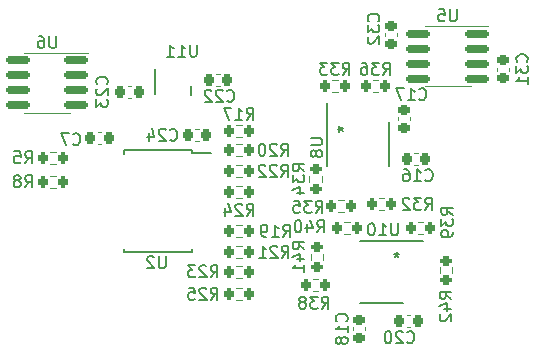
<source format=gbr>
%TF.GenerationSoftware,KiCad,Pcbnew,(6.0.11)*%
%TF.CreationDate,2024-01-26T14:49:33-06:00*%
%TF.ProjectId,voltage_sense,766f6c74-6167-4655-9f73-656e73652e6b,rev?*%
%TF.SameCoordinates,Original*%
%TF.FileFunction,Legend,Bot*%
%TF.FilePolarity,Positive*%
%FSLAX46Y46*%
G04 Gerber Fmt 4.6, Leading zero omitted, Abs format (unit mm)*
G04 Created by KiCad (PCBNEW (6.0.11)) date 2024-01-26 14:49:33*
%MOMM*%
%LPD*%
G01*
G04 APERTURE LIST*
G04 Aperture macros list*
%AMRoundRect*
0 Rectangle with rounded corners*
0 $1 Rounding radius*
0 $2 $3 $4 $5 $6 $7 $8 $9 X,Y pos of 4 corners*
0 Add a 4 corners polygon primitive as box body*
4,1,4,$2,$3,$4,$5,$6,$7,$8,$9,$2,$3,0*
0 Add four circle primitives for the rounded corners*
1,1,$1+$1,$2,$3*
1,1,$1+$1,$4,$5*
1,1,$1+$1,$6,$7*
1,1,$1+$1,$8,$9*
0 Add four rect primitives between the rounded corners*
20,1,$1+$1,$2,$3,$4,$5,0*
20,1,$1+$1,$4,$5,$6,$7,0*
20,1,$1+$1,$6,$7,$8,$9,0*
20,1,$1+$1,$8,$9,$2,$3,0*%
G04 Aperture macros list end*
%ADD10C,0.150000*%
%ADD11C,0.200000*%
%ADD12C,0.120000*%
%ADD13R,1.700000X1.700000*%
%ADD14O,1.700000X1.700000*%
%ADD15C,2.020000*%
%ADD16C,2.000000*%
%ADD17C,2.200000*%
%ADD18O,2.500000X1.600000*%
%ADD19O,7.000000X3.500000*%
%ADD20C,2.153200*%
%ADD21C,4.400000*%
%ADD22C,2.108200*%
%ADD23C,2.870200*%
%ADD24R,0.650001X1.200000*%
%ADD25RoundRect,0.225000X0.225000X0.250000X-0.225000X0.250000X-0.225000X-0.250000X0.225000X-0.250000X0*%
%ADD26RoundRect,0.200000X-0.200000X-0.275000X0.200000X-0.275000X0.200000X0.275000X-0.200000X0.275000X0*%
%ADD27RoundRect,0.225000X-0.250000X0.225000X-0.250000X-0.225000X0.250000X-0.225000X0.250000X0.225000X0*%
%ADD28RoundRect,0.150000X0.825000X0.150000X-0.825000X0.150000X-0.825000X-0.150000X0.825000X-0.150000X0*%
%ADD29R,1.750000X0.450000*%
%ADD30RoundRect,0.225000X-0.225000X-0.250000X0.225000X-0.250000X0.225000X0.250000X-0.225000X0.250000X0*%
%ADD31RoundRect,0.200000X-0.275000X0.200000X-0.275000X-0.200000X0.275000X-0.200000X0.275000X0.200000X0*%
%ADD32RoundRect,0.200000X0.200000X0.275000X-0.200000X0.275000X-0.200000X-0.275000X0.200000X-0.275000X0*%
%ADD33O,1.400000X0.449999*%
%ADD34RoundRect,0.200000X0.275000X-0.200000X0.275000X0.200000X-0.275000X0.200000X-0.275000X-0.200000X0*%
%ADD35O,0.449999X1.400000*%
G04 APERTURE END LIST*
D10*
%TO.C,U11*%
X16986095Y29567119D02*
X16986095Y28757595D01*
X16938476Y28662357D01*
X16890857Y28614738D01*
X16795619Y28567119D01*
X16605142Y28567119D01*
X16509904Y28614738D01*
X16462285Y28662357D01*
X16414666Y28757595D01*
X16414666Y29567119D01*
X15414666Y28567119D02*
X15986095Y28567119D01*
X15700380Y28567119D02*
X15700380Y29567119D01*
X15795619Y29424261D01*
X15890857Y29329023D01*
X15986095Y29281404D01*
X14462285Y28567119D02*
X15033714Y28567119D01*
X14748000Y28567119D02*
X14748000Y29567119D01*
X14843238Y29424261D01*
X14938476Y29329023D01*
X15033714Y29281404D01*
%TO.C,C16*%
X36343437Y18121357D02*
X36391056Y18073738D01*
X36533913Y18026119D01*
X36629151Y18026119D01*
X36772008Y18073738D01*
X36867246Y18168976D01*
X36914865Y18264214D01*
X36962484Y18454690D01*
X36962484Y18597547D01*
X36914865Y18788023D01*
X36867246Y18883261D01*
X36772008Y18978500D01*
X36629151Y19026119D01*
X36533913Y19026119D01*
X36391056Y18978500D01*
X36343437Y18930880D01*
X35391056Y18026119D02*
X35962484Y18026119D01*
X35676770Y18026119D02*
X35676770Y19026119D01*
X35772008Y18883261D01*
X35867246Y18788023D01*
X35962484Y18740404D01*
X34533913Y19026119D02*
X34724389Y19026119D01*
X34819627Y18978500D01*
X34867246Y18930880D01*
X34962484Y18788023D01*
X35010103Y18597547D01*
X35010103Y18216595D01*
X34962484Y18121357D01*
X34914865Y18073738D01*
X34819627Y18026119D01*
X34629151Y18026119D01*
X34533913Y18073738D01*
X34486294Y18121357D01*
X34438675Y18216595D01*
X34438675Y18454690D01*
X34486294Y18549928D01*
X34533913Y18597547D01*
X34629151Y18645166D01*
X34819627Y18645166D01*
X34914865Y18597547D01*
X34962484Y18549928D01*
X35010103Y18454690D01*
%TO.C,R36*%
X32773857Y27043119D02*
X33107190Y27519309D01*
X33345285Y27043119D02*
X33345285Y28043119D01*
X32964333Y28043119D01*
X32869095Y27995500D01*
X32821476Y27947880D01*
X32773857Y27852642D01*
X32773857Y27709785D01*
X32821476Y27614547D01*
X32869095Y27566928D01*
X32964333Y27519309D01*
X33345285Y27519309D01*
X32440523Y28043119D02*
X31821476Y28043119D01*
X32154809Y27662166D01*
X32011952Y27662166D01*
X31916714Y27614547D01*
X31869095Y27566928D01*
X31821476Y27471690D01*
X31821476Y27233595D01*
X31869095Y27138357D01*
X31916714Y27090738D01*
X32011952Y27043119D01*
X32297666Y27043119D01*
X32392904Y27090738D01*
X32440523Y27138357D01*
X30964333Y28043119D02*
X31154809Y28043119D01*
X31250047Y27995500D01*
X31297666Y27947880D01*
X31392904Y27805023D01*
X31440523Y27614547D01*
X31440523Y27233595D01*
X31392904Y27138357D01*
X31345285Y27090738D01*
X31250047Y27043119D01*
X31059571Y27043119D01*
X30964333Y27090738D01*
X30916714Y27138357D01*
X30869095Y27233595D01*
X30869095Y27471690D01*
X30916714Y27566928D01*
X30964333Y27614547D01*
X31059571Y27662166D01*
X31250047Y27662166D01*
X31345285Y27614547D01*
X31392904Y27566928D01*
X31440523Y27471690D01*
%TO.C,C31*%
X44934142Y28138357D02*
X44981761Y28185976D01*
X45029380Y28328833D01*
X45029380Y28424071D01*
X44981761Y28566928D01*
X44886523Y28662166D01*
X44791285Y28709785D01*
X44600809Y28757404D01*
X44457952Y28757404D01*
X44267476Y28709785D01*
X44172238Y28662166D01*
X44077000Y28566928D01*
X44029380Y28424071D01*
X44029380Y28328833D01*
X44077000Y28185976D01*
X44124619Y28138357D01*
X44029380Y27805023D02*
X44029380Y27185976D01*
X44410333Y27519309D01*
X44410333Y27376452D01*
X44457952Y27281214D01*
X44505571Y27233595D01*
X44600809Y27185976D01*
X44838904Y27185976D01*
X44934142Y27233595D01*
X44981761Y27281214D01*
X45029380Y27376452D01*
X45029380Y27662166D01*
X44981761Y27757404D01*
X44934142Y27805023D01*
X45029380Y26233595D02*
X45029380Y26805023D01*
X45029380Y26519309D02*
X44029380Y26519309D01*
X44172238Y26614547D01*
X44267476Y26709785D01*
X44315095Y26805023D01*
%TO.C,U6*%
X5079904Y30300119D02*
X5079904Y29490595D01*
X5032285Y29395357D01*
X4984666Y29347738D01*
X4889428Y29300119D01*
X4698952Y29300119D01*
X4603714Y29347738D01*
X4556095Y29395357D01*
X4508476Y29490595D01*
X4508476Y30300119D01*
X3603714Y30300119D02*
X3794190Y30300119D01*
X3889428Y30252500D01*
X3937047Y30204880D01*
X4032285Y30062023D01*
X4079904Y29871547D01*
X4079904Y29490595D01*
X4032285Y29395357D01*
X3984666Y29347738D01*
X3889428Y29300119D01*
X3698952Y29300119D01*
X3603714Y29347738D01*
X3556095Y29395357D01*
X3508476Y29490595D01*
X3508476Y29728690D01*
X3556095Y29823928D01*
X3603714Y29871547D01*
X3698952Y29919166D01*
X3889428Y29919166D01*
X3984666Y29871547D01*
X4032285Y29823928D01*
X4079904Y29728690D01*
%TO.C,C32*%
X32361142Y31567357D02*
X32408761Y31614976D01*
X32456380Y31757833D01*
X32456380Y31853071D01*
X32408761Y31995928D01*
X32313523Y32091166D01*
X32218285Y32138785D01*
X32027809Y32186404D01*
X31884952Y32186404D01*
X31694476Y32138785D01*
X31599238Y32091166D01*
X31504000Y31995928D01*
X31456380Y31853071D01*
X31456380Y31757833D01*
X31504000Y31614976D01*
X31551619Y31567357D01*
X31456380Y31234023D02*
X31456380Y30614976D01*
X31837333Y30948309D01*
X31837333Y30805452D01*
X31884952Y30710214D01*
X31932571Y30662595D01*
X32027809Y30614976D01*
X32265904Y30614976D01*
X32361142Y30662595D01*
X32408761Y30710214D01*
X32456380Y30805452D01*
X32456380Y31091166D01*
X32408761Y31186404D01*
X32361142Y31234023D01*
X31551619Y30234023D02*
X31504000Y30186404D01*
X31456380Y30091166D01*
X31456380Y29853071D01*
X31504000Y29757833D01*
X31551619Y29710214D01*
X31646857Y29662595D01*
X31742095Y29662595D01*
X31884952Y29710214D01*
X32456380Y30281642D01*
X32456380Y29662595D01*
%TO.C,C17*%
X35821857Y24979357D02*
X35869476Y24931738D01*
X36012333Y24884119D01*
X36107571Y24884119D01*
X36250428Y24931738D01*
X36345666Y25026976D01*
X36393285Y25122214D01*
X36440904Y25312690D01*
X36440904Y25455547D01*
X36393285Y25646023D01*
X36345666Y25741261D01*
X36250428Y25836500D01*
X36107571Y25884119D01*
X36012333Y25884119D01*
X35869476Y25836500D01*
X35821857Y25788880D01*
X34869476Y24884119D02*
X35440904Y24884119D01*
X35155190Y24884119D02*
X35155190Y25884119D01*
X35250428Y25741261D01*
X35345666Y25646023D01*
X35440904Y25598404D01*
X34536142Y25884119D02*
X33869476Y25884119D01*
X34298047Y24884119D01*
%TO.C,R22*%
X24137857Y18407119D02*
X24471190Y18883309D01*
X24709285Y18407119D02*
X24709285Y19407119D01*
X24328333Y19407119D01*
X24233095Y19359500D01*
X24185476Y19311880D01*
X24137857Y19216642D01*
X24137857Y19073785D01*
X24185476Y18978547D01*
X24233095Y18930928D01*
X24328333Y18883309D01*
X24709285Y18883309D01*
X23756904Y19311880D02*
X23709285Y19359500D01*
X23614047Y19407119D01*
X23375952Y19407119D01*
X23280714Y19359500D01*
X23233095Y19311880D01*
X23185476Y19216642D01*
X23185476Y19121404D01*
X23233095Y18978547D01*
X23804523Y18407119D01*
X23185476Y18407119D01*
X22804523Y19311880D02*
X22756904Y19359500D01*
X22661666Y19407119D01*
X22423571Y19407119D01*
X22328333Y19359500D01*
X22280714Y19311880D01*
X22233095Y19216642D01*
X22233095Y19121404D01*
X22280714Y18978547D01*
X22852142Y18407119D01*
X22233095Y18407119D01*
%TO.C,U2*%
X14350904Y11660119D02*
X14350904Y10850595D01*
X14303285Y10755357D01*
X14255666Y10707738D01*
X14160428Y10660119D01*
X13969952Y10660119D01*
X13874714Y10707738D01*
X13827095Y10755357D01*
X13779476Y10850595D01*
X13779476Y11660119D01*
X13350904Y11564880D02*
X13303285Y11612500D01*
X13208047Y11660119D01*
X12969952Y11660119D01*
X12874714Y11612500D01*
X12827095Y11564880D01*
X12779476Y11469642D01*
X12779476Y11374404D01*
X12827095Y11231547D01*
X13398523Y10660119D01*
X12779476Y10660119D01*
%TO.C,R8*%
X2452666Y17518119D02*
X2786000Y17994309D01*
X3024095Y17518119D02*
X3024095Y18518119D01*
X2643142Y18518119D01*
X2547904Y18470500D01*
X2500285Y18422880D01*
X2452666Y18327642D01*
X2452666Y18184785D01*
X2500285Y18089547D01*
X2547904Y18041928D01*
X2643142Y17994309D01*
X3024095Y17994309D01*
X1881238Y18089547D02*
X1976476Y18137166D01*
X2024095Y18184785D01*
X2071714Y18280023D01*
X2071714Y18327642D01*
X2024095Y18422880D01*
X1976476Y18470500D01*
X1881238Y18518119D01*
X1690761Y18518119D01*
X1595523Y18470500D01*
X1547904Y18422880D01*
X1500285Y18327642D01*
X1500285Y18280023D01*
X1547904Y18184785D01*
X1595523Y18137166D01*
X1690761Y18089547D01*
X1881238Y18089547D01*
X1976476Y18041928D01*
X2024095Y17994309D01*
X2071714Y17899071D01*
X2071714Y17708595D01*
X2024095Y17613357D01*
X1976476Y17565738D01*
X1881238Y17518119D01*
X1690761Y17518119D01*
X1595523Y17565738D01*
X1547904Y17613357D01*
X1500285Y17708595D01*
X1500285Y17899071D01*
X1547904Y17994309D01*
X1595523Y18041928D01*
X1690761Y18089547D01*
%TO.C,C23*%
X9374142Y26233357D02*
X9421761Y26280976D01*
X9469380Y26423833D01*
X9469380Y26519071D01*
X9421761Y26661928D01*
X9326523Y26757166D01*
X9231285Y26804785D01*
X9040809Y26852404D01*
X8897952Y26852404D01*
X8707476Y26804785D01*
X8612238Y26757166D01*
X8517000Y26661928D01*
X8469380Y26519071D01*
X8469380Y26423833D01*
X8517000Y26280976D01*
X8564619Y26233357D01*
X8564619Y25852404D02*
X8517000Y25804785D01*
X8469380Y25709547D01*
X8469380Y25471452D01*
X8517000Y25376214D01*
X8564619Y25328595D01*
X8659857Y25280976D01*
X8755095Y25280976D01*
X8897952Y25328595D01*
X9469380Y25900023D01*
X9469380Y25280976D01*
X8469380Y24947642D02*
X8469380Y24328595D01*
X8850333Y24661928D01*
X8850333Y24519071D01*
X8897952Y24423833D01*
X8945571Y24376214D01*
X9040809Y24328595D01*
X9278904Y24328595D01*
X9374142Y24376214D01*
X9421761Y24423833D01*
X9469380Y24519071D01*
X9469380Y24804785D01*
X9421761Y24900023D01*
X9374142Y24947642D01*
%TO.C,R41*%
X26106378Y12263345D02*
X25630188Y12596678D01*
X26106378Y12834773D02*
X25106378Y12834773D01*
X25106378Y12453821D01*
X25153998Y12358583D01*
X25201617Y12310964D01*
X25296855Y12263345D01*
X25439712Y12263345D01*
X25534950Y12310964D01*
X25582569Y12358583D01*
X25630188Y12453821D01*
X25630188Y12834773D01*
X25439712Y11406202D02*
X26106378Y11406202D01*
X25058759Y11644297D02*
X25773045Y11882392D01*
X25773045Y11263345D01*
X26106378Y10358583D02*
X26106378Y10930011D01*
X26106378Y10644297D02*
X25106378Y10644297D01*
X25249236Y10739535D01*
X25344474Y10834773D01*
X25392093Y10930011D01*
%TO.C,R20*%
X24137857Y20185119D02*
X24471190Y20661309D01*
X24709285Y20185119D02*
X24709285Y21185119D01*
X24328333Y21185119D01*
X24233095Y21137500D01*
X24185476Y21089880D01*
X24137857Y20994642D01*
X24137857Y20851785D01*
X24185476Y20756547D01*
X24233095Y20708928D01*
X24328333Y20661309D01*
X24709285Y20661309D01*
X23756904Y21089880D02*
X23709285Y21137500D01*
X23614047Y21185119D01*
X23375952Y21185119D01*
X23280714Y21137500D01*
X23233095Y21089880D01*
X23185476Y20994642D01*
X23185476Y20899404D01*
X23233095Y20756547D01*
X23804523Y20185119D01*
X23185476Y20185119D01*
X22566428Y21185119D02*
X22471190Y21185119D01*
X22375952Y21137500D01*
X22328333Y21089880D01*
X22280714Y20994642D01*
X22233095Y20804166D01*
X22233095Y20566071D01*
X22280714Y20375595D01*
X22328333Y20280357D01*
X22375952Y20232738D01*
X22471190Y20185119D01*
X22566428Y20185119D01*
X22661666Y20232738D01*
X22709285Y20280357D01*
X22756904Y20375595D01*
X22804523Y20566071D01*
X22804523Y20804166D01*
X22756904Y20994642D01*
X22709285Y21089880D01*
X22661666Y21137500D01*
X22566428Y21185119D01*
%TO.C,C18*%
X29661142Y6167357D02*
X29708761Y6214976D01*
X29756380Y6357833D01*
X29756380Y6453071D01*
X29708761Y6595928D01*
X29613523Y6691166D01*
X29518285Y6738785D01*
X29327809Y6786404D01*
X29184952Y6786404D01*
X28994476Y6738785D01*
X28899238Y6691166D01*
X28804000Y6595928D01*
X28756380Y6453071D01*
X28756380Y6357833D01*
X28804000Y6214976D01*
X28851619Y6167357D01*
X29756380Y5214976D02*
X29756380Y5786404D01*
X29756380Y5500690D02*
X28756380Y5500690D01*
X28899238Y5595928D01*
X28994476Y5691166D01*
X29042095Y5786404D01*
X29184952Y4643547D02*
X29137333Y4738785D01*
X29089714Y4786404D01*
X28994476Y4834023D01*
X28946857Y4834023D01*
X28851619Y4786404D01*
X28804000Y4738785D01*
X28756380Y4643547D01*
X28756380Y4453071D01*
X28804000Y4357833D01*
X28851619Y4310214D01*
X28946857Y4262595D01*
X28994476Y4262595D01*
X29089714Y4310214D01*
X29137333Y4357833D01*
X29184952Y4453071D01*
X29184952Y4643547D01*
X29232571Y4738785D01*
X29280190Y4786404D01*
X29375428Y4834023D01*
X29565904Y4834023D01*
X29661142Y4786404D01*
X29708761Y4738785D01*
X29756380Y4643547D01*
X29756380Y4453071D01*
X29708761Y4357833D01*
X29661142Y4310214D01*
X29565904Y4262595D01*
X29375428Y4262595D01*
X29280190Y4310214D01*
X29232571Y4357833D01*
X29184952Y4453071D01*
%TO.C,C7*%
X6516666Y21169357D02*
X6564285Y21121738D01*
X6707142Y21074119D01*
X6802380Y21074119D01*
X6945238Y21121738D01*
X7040476Y21216976D01*
X7088095Y21312214D01*
X7135714Y21502690D01*
X7135714Y21645547D01*
X7088095Y21836023D01*
X7040476Y21931261D01*
X6945238Y22026500D01*
X6802380Y22074119D01*
X6707142Y22074119D01*
X6564285Y22026500D01*
X6516666Y21978880D01*
X6183333Y22074119D02*
X5516666Y22074119D01*
X5945238Y21074119D01*
%TO.C,R40*%
X27185857Y13708119D02*
X27519190Y14184309D01*
X27757285Y13708119D02*
X27757285Y14708119D01*
X27376333Y14708119D01*
X27281095Y14660500D01*
X27233476Y14612880D01*
X27185857Y14517642D01*
X27185857Y14374785D01*
X27233476Y14279547D01*
X27281095Y14231928D01*
X27376333Y14184309D01*
X27757285Y14184309D01*
X26328714Y14374785D02*
X26328714Y13708119D01*
X26566809Y14755738D02*
X26804904Y14041452D01*
X26185857Y14041452D01*
X25614428Y14708119D02*
X25519190Y14708119D01*
X25423952Y14660500D01*
X25376333Y14612880D01*
X25328714Y14517642D01*
X25281095Y14327166D01*
X25281095Y14089071D01*
X25328714Y13898595D01*
X25376333Y13803357D01*
X25423952Y13755738D01*
X25519190Y13708119D01*
X25614428Y13708119D01*
X25709666Y13755738D01*
X25757285Y13803357D01*
X25804904Y13898595D01*
X25852523Y14089071D01*
X25852523Y14327166D01*
X25804904Y14517642D01*
X25757285Y14612880D01*
X25709666Y14660500D01*
X25614428Y14708119D01*
%TO.C,R25*%
X18168857Y7993119D02*
X18502190Y8469309D01*
X18740285Y7993119D02*
X18740285Y8993119D01*
X18359333Y8993119D01*
X18264095Y8945500D01*
X18216476Y8897880D01*
X18168857Y8802642D01*
X18168857Y8659785D01*
X18216476Y8564547D01*
X18264095Y8516928D01*
X18359333Y8469309D01*
X18740285Y8469309D01*
X17787904Y8897880D02*
X17740285Y8945500D01*
X17645047Y8993119D01*
X17406952Y8993119D01*
X17311714Y8945500D01*
X17264095Y8897880D01*
X17216476Y8802642D01*
X17216476Y8707404D01*
X17264095Y8564547D01*
X17835523Y7993119D01*
X17216476Y7993119D01*
X16311714Y8993119D02*
X16787904Y8993119D01*
X16835523Y8516928D01*
X16787904Y8564547D01*
X16692666Y8612166D01*
X16454571Y8612166D01*
X16359333Y8564547D01*
X16311714Y8516928D01*
X16264095Y8421690D01*
X16264095Y8183595D01*
X16311714Y8088357D01*
X16359333Y8040738D01*
X16454571Y7993119D01*
X16692666Y7993119D01*
X16787904Y8040738D01*
X16835523Y8088357D01*
%TO.C,R5*%
X2452666Y19550119D02*
X2786000Y20026309D01*
X3024095Y19550119D02*
X3024095Y20550119D01*
X2643142Y20550119D01*
X2547904Y20502500D01*
X2500285Y20454880D01*
X2452666Y20359642D01*
X2452666Y20216785D01*
X2500285Y20121547D01*
X2547904Y20073928D01*
X2643142Y20026309D01*
X3024095Y20026309D01*
X1547904Y20550119D02*
X2024095Y20550119D01*
X2071714Y20073928D01*
X2024095Y20121547D01*
X1928857Y20169166D01*
X1690761Y20169166D01*
X1595523Y20121547D01*
X1547904Y20073928D01*
X1500285Y19978690D01*
X1500285Y19740595D01*
X1547904Y19645357D01*
X1595523Y19597738D01*
X1690761Y19550119D01*
X1928857Y19550119D01*
X2024095Y19597738D01*
X2071714Y19645357D01*
%TO.C,R21*%
X24181857Y11549119D02*
X24515190Y12025309D01*
X24753285Y11549119D02*
X24753285Y12549119D01*
X24372333Y12549119D01*
X24277095Y12501500D01*
X24229476Y12453880D01*
X24181857Y12358642D01*
X24181857Y12215785D01*
X24229476Y12120547D01*
X24277095Y12072928D01*
X24372333Y12025309D01*
X24753285Y12025309D01*
X23800904Y12453880D02*
X23753285Y12501500D01*
X23658047Y12549119D01*
X23419952Y12549119D01*
X23324714Y12501500D01*
X23277095Y12453880D01*
X23229476Y12358642D01*
X23229476Y12263404D01*
X23277095Y12120547D01*
X23848523Y11549119D01*
X23229476Y11549119D01*
X22277095Y11549119D02*
X22848523Y11549119D01*
X22562809Y11549119D02*
X22562809Y12549119D01*
X22658047Y12406261D01*
X22753285Y12311023D01*
X22848523Y12263404D01*
%TO.C,R23*%
X18168857Y9898119D02*
X18502190Y10374309D01*
X18740285Y9898119D02*
X18740285Y10898119D01*
X18359333Y10898119D01*
X18264095Y10850500D01*
X18216476Y10802880D01*
X18168857Y10707642D01*
X18168857Y10564785D01*
X18216476Y10469547D01*
X18264095Y10421928D01*
X18359333Y10374309D01*
X18740285Y10374309D01*
X17787904Y10802880D02*
X17740285Y10850500D01*
X17645047Y10898119D01*
X17406952Y10898119D01*
X17311714Y10850500D01*
X17264095Y10802880D01*
X17216476Y10707642D01*
X17216476Y10612404D01*
X17264095Y10469547D01*
X17835523Y9898119D01*
X17216476Y9898119D01*
X16883142Y10898119D02*
X16264095Y10898119D01*
X16597428Y10517166D01*
X16454571Y10517166D01*
X16359333Y10469547D01*
X16311714Y10421928D01*
X16264095Y10326690D01*
X16264095Y10088595D01*
X16311714Y9993357D01*
X16359333Y9945738D01*
X16454571Y9898119D01*
X16740285Y9898119D01*
X16835523Y9945738D01*
X16883142Y9993357D01*
%TO.C,U10*%
X34004095Y14454119D02*
X34004095Y13644595D01*
X33956476Y13549357D01*
X33908857Y13501738D01*
X33813619Y13454119D01*
X33623142Y13454119D01*
X33527904Y13501738D01*
X33480285Y13549357D01*
X33432666Y13644595D01*
X33432666Y14454119D01*
X32432666Y13454119D02*
X33004095Y13454119D01*
X32718380Y13454119D02*
X32718380Y14454119D01*
X32813619Y14311261D01*
X32908857Y14216023D01*
X33004095Y14168404D01*
X31813619Y14454119D02*
X31718380Y14454119D01*
X31623142Y14406500D01*
X31575523Y14358880D01*
X31527904Y14263642D01*
X31480285Y14073166D01*
X31480285Y13835071D01*
X31527904Y13644595D01*
X31575523Y13549357D01*
X31623142Y13501738D01*
X31718380Y13454119D01*
X31813619Y13454119D01*
X31908857Y13501738D01*
X31956476Y13549357D01*
X32004095Y13644595D01*
X32051714Y13835071D01*
X32051714Y14073166D01*
X32004095Y14263642D01*
X31956476Y14358880D01*
X31908857Y14406500D01*
X31813619Y14454119D01*
X33908998Y12041107D02*
X33908998Y11803011D01*
X34147093Y11898249D02*
X33908998Y11803011D01*
X33670902Y11898249D01*
X34051855Y11612535D02*
X33908998Y11803011D01*
X33766140Y11612535D01*
%TO.C,R33*%
X29344857Y27043119D02*
X29678190Y27519309D01*
X29916285Y27043119D02*
X29916285Y28043119D01*
X29535333Y28043119D01*
X29440095Y27995500D01*
X29392476Y27947880D01*
X29344857Y27852642D01*
X29344857Y27709785D01*
X29392476Y27614547D01*
X29440095Y27566928D01*
X29535333Y27519309D01*
X29916285Y27519309D01*
X29011523Y28043119D02*
X28392476Y28043119D01*
X28725809Y27662166D01*
X28582952Y27662166D01*
X28487714Y27614547D01*
X28440095Y27566928D01*
X28392476Y27471690D01*
X28392476Y27233595D01*
X28440095Y27138357D01*
X28487714Y27090738D01*
X28582952Y27043119D01*
X28868666Y27043119D01*
X28963904Y27090738D01*
X29011523Y27138357D01*
X28059142Y28043119D02*
X27440095Y28043119D01*
X27773428Y27662166D01*
X27630571Y27662166D01*
X27535333Y27614547D01*
X27487714Y27566928D01*
X27440095Y27471690D01*
X27440095Y27233595D01*
X27487714Y27138357D01*
X27535333Y27090738D01*
X27630571Y27043119D01*
X27916285Y27043119D01*
X28011523Y27090738D01*
X28059142Y27138357D01*
%TO.C,U5*%
X38985904Y32562119D02*
X38985904Y31752595D01*
X38938285Y31657357D01*
X38890666Y31609738D01*
X38795428Y31562119D01*
X38604952Y31562119D01*
X38509714Y31609738D01*
X38462095Y31657357D01*
X38414476Y31752595D01*
X38414476Y32562119D01*
X37462095Y32562119D02*
X37938285Y32562119D01*
X37985904Y32085928D01*
X37938285Y32133547D01*
X37843047Y32181166D01*
X37604952Y32181166D01*
X37509714Y32133547D01*
X37462095Y32085928D01*
X37414476Y31990690D01*
X37414476Y31752595D01*
X37462095Y31657357D01*
X37509714Y31609738D01*
X37604952Y31562119D01*
X37843047Y31562119D01*
X37938285Y31609738D01*
X37985904Y31657357D01*
%TO.C,R17*%
X21216857Y23233119D02*
X21550190Y23709309D01*
X21788285Y23233119D02*
X21788285Y24233119D01*
X21407333Y24233119D01*
X21312095Y24185500D01*
X21264476Y24137880D01*
X21216857Y24042642D01*
X21216857Y23899785D01*
X21264476Y23804547D01*
X21312095Y23756928D01*
X21407333Y23709309D01*
X21788285Y23709309D01*
X20264476Y23233119D02*
X20835904Y23233119D01*
X20550190Y23233119D02*
X20550190Y24233119D01*
X20645428Y24090261D01*
X20740666Y23995023D01*
X20835904Y23947404D01*
X19931142Y24233119D02*
X19264476Y24233119D01*
X19693047Y23233119D01*
%TO.C,R32*%
X36329857Y15613119D02*
X36663190Y16089309D01*
X36901285Y15613119D02*
X36901285Y16613119D01*
X36520333Y16613119D01*
X36425095Y16565500D01*
X36377476Y16517880D01*
X36329857Y16422642D01*
X36329857Y16279785D01*
X36377476Y16184547D01*
X36425095Y16136928D01*
X36520333Y16089309D01*
X36901285Y16089309D01*
X35996523Y16613119D02*
X35377476Y16613119D01*
X35710809Y16232166D01*
X35567952Y16232166D01*
X35472714Y16184547D01*
X35425095Y16136928D01*
X35377476Y16041690D01*
X35377476Y15803595D01*
X35425095Y15708357D01*
X35472714Y15660738D01*
X35567952Y15613119D01*
X35853666Y15613119D01*
X35948904Y15660738D01*
X35996523Y15708357D01*
X34996523Y16517880D02*
X34948904Y16565500D01*
X34853666Y16613119D01*
X34615571Y16613119D01*
X34520333Y16565500D01*
X34472714Y16517880D01*
X34425095Y16422642D01*
X34425095Y16327404D01*
X34472714Y16184547D01*
X35044142Y15613119D01*
X34425095Y15613119D01*
%TO.C,R38*%
X27566855Y7231107D02*
X27900188Y7707297D01*
X28138283Y7231107D02*
X28138283Y8231107D01*
X27757331Y8231107D01*
X27662093Y8183488D01*
X27614474Y8135868D01*
X27566855Y8040630D01*
X27566855Y7897773D01*
X27614474Y7802535D01*
X27662093Y7754916D01*
X27757331Y7707297D01*
X28138283Y7707297D01*
X27233521Y8231107D02*
X26614474Y8231107D01*
X26947807Y7850154D01*
X26804950Y7850154D01*
X26709712Y7802535D01*
X26662093Y7754916D01*
X26614474Y7659678D01*
X26614474Y7421583D01*
X26662093Y7326345D01*
X26709712Y7278726D01*
X26804950Y7231107D01*
X27090664Y7231107D01*
X27185902Y7278726D01*
X27233521Y7326345D01*
X26043045Y7802535D02*
X26138283Y7850154D01*
X26185902Y7897773D01*
X26233521Y7993011D01*
X26233521Y8040630D01*
X26185902Y8135868D01*
X26138283Y8183488D01*
X26043045Y8231107D01*
X25852569Y8231107D01*
X25757331Y8183488D01*
X25709712Y8135868D01*
X25662093Y8040630D01*
X25662093Y7993011D01*
X25709712Y7897773D01*
X25757331Y7850154D01*
X25852569Y7802535D01*
X26043045Y7802535D01*
X26138283Y7754916D01*
X26185902Y7707297D01*
X26233521Y7612059D01*
X26233521Y7421583D01*
X26185902Y7326345D01*
X26138283Y7278726D01*
X26043045Y7231107D01*
X25852569Y7231107D01*
X25757331Y7278726D01*
X25709712Y7326345D01*
X25662093Y7421583D01*
X25662093Y7612059D01*
X25709712Y7707297D01*
X25757331Y7754916D01*
X25852569Y7802535D01*
%TO.C,R42*%
X38552380Y8072357D02*
X38076190Y8405690D01*
X38552380Y8643785D02*
X37552380Y8643785D01*
X37552380Y8262833D01*
X37600000Y8167595D01*
X37647619Y8119976D01*
X37742857Y8072357D01*
X37885714Y8072357D01*
X37980952Y8119976D01*
X38028571Y8167595D01*
X38076190Y8262833D01*
X38076190Y8643785D01*
X37885714Y7215214D02*
X38552380Y7215214D01*
X37504761Y7453309D02*
X38219047Y7691404D01*
X38219047Y7072357D01*
X37647619Y6739023D02*
X37600000Y6691404D01*
X37552380Y6596166D01*
X37552380Y6358071D01*
X37600000Y6262833D01*
X37647619Y6215214D01*
X37742857Y6167595D01*
X37838095Y6167595D01*
X37980952Y6215214D01*
X38552380Y6786642D01*
X38552380Y6167595D01*
%TO.C,R34*%
X26106380Y18867357D02*
X25630190Y19200690D01*
X26106380Y19438785D02*
X25106380Y19438785D01*
X25106380Y19057833D01*
X25154000Y18962595D01*
X25201619Y18914976D01*
X25296857Y18867357D01*
X25439714Y18867357D01*
X25534952Y18914976D01*
X25582571Y18962595D01*
X25630190Y19057833D01*
X25630190Y19438785D01*
X25106380Y18534023D02*
X25106380Y17914976D01*
X25487333Y18248309D01*
X25487333Y18105452D01*
X25534952Y18010214D01*
X25582571Y17962595D01*
X25677809Y17914976D01*
X25915904Y17914976D01*
X26011142Y17962595D01*
X26058761Y18010214D01*
X26106380Y18105452D01*
X26106380Y18391166D01*
X26058761Y18486404D01*
X26011142Y18534023D01*
X25439714Y17057833D02*
X26106380Y17057833D01*
X25058761Y17295928D02*
X25773047Y17534023D01*
X25773047Y16914976D01*
%TO.C,U8*%
X26630380Y21653404D02*
X27439904Y21653404D01*
X27535142Y21605785D01*
X27582761Y21558166D01*
X27630380Y21462928D01*
X27630380Y21272452D01*
X27582761Y21177214D01*
X27535142Y21129595D01*
X27439904Y21081976D01*
X26630380Y21081976D01*
X27058952Y20462928D02*
X27011333Y20558166D01*
X26963714Y20605785D01*
X26868476Y20653404D01*
X26820857Y20653404D01*
X26725619Y20605785D01*
X26678000Y20558166D01*
X26630380Y20462928D01*
X26630380Y20272452D01*
X26678000Y20177214D01*
X26725619Y20129595D01*
X26820857Y20081976D01*
X26868476Y20081976D01*
X26963714Y20129595D01*
X27011333Y20177214D01*
X27058952Y20272452D01*
X27058952Y20462928D01*
X27106571Y20558166D01*
X27154190Y20605785D01*
X27249428Y20653404D01*
X27439904Y20653404D01*
X27535142Y20605785D01*
X27582761Y20558166D01*
X27630380Y20462928D01*
X27630380Y20272452D01*
X27582761Y20177214D01*
X27535142Y20129595D01*
X27439904Y20081976D01*
X27249428Y20081976D01*
X27154190Y20129595D01*
X27106571Y20177214D01*
X27058952Y20272452D01*
X28916380Y22415500D02*
X29154476Y22415500D01*
X29059238Y22653595D02*
X29154476Y22415500D01*
X29059238Y22177404D01*
X29344952Y22558357D02*
X29154476Y22415500D01*
X29344952Y22272642D01*
%TO.C,R24*%
X21216857Y15105119D02*
X21550190Y15581309D01*
X21788285Y15105119D02*
X21788285Y16105119D01*
X21407333Y16105119D01*
X21312095Y16057500D01*
X21264476Y16009880D01*
X21216857Y15914642D01*
X21216857Y15771785D01*
X21264476Y15676547D01*
X21312095Y15628928D01*
X21407333Y15581309D01*
X21788285Y15581309D01*
X20835904Y16009880D02*
X20788285Y16057500D01*
X20693047Y16105119D01*
X20454952Y16105119D01*
X20359714Y16057500D01*
X20312095Y16009880D01*
X20264476Y15914642D01*
X20264476Y15819404D01*
X20312095Y15676547D01*
X20883523Y15105119D01*
X20264476Y15105119D01*
X19407333Y15771785D02*
X19407333Y15105119D01*
X19645428Y16152738D02*
X19883523Y15438452D01*
X19264476Y15438452D01*
%TO.C,R35*%
X27058857Y15359119D02*
X27392190Y15835309D01*
X27630285Y15359119D02*
X27630285Y16359119D01*
X27249333Y16359119D01*
X27154095Y16311500D01*
X27106476Y16263880D01*
X27058857Y16168642D01*
X27058857Y16025785D01*
X27106476Y15930547D01*
X27154095Y15882928D01*
X27249333Y15835309D01*
X27630285Y15835309D01*
X26725523Y16359119D02*
X26106476Y16359119D01*
X26439809Y15978166D01*
X26296952Y15978166D01*
X26201714Y15930547D01*
X26154095Y15882928D01*
X26106476Y15787690D01*
X26106476Y15549595D01*
X26154095Y15454357D01*
X26201714Y15406738D01*
X26296952Y15359119D01*
X26582666Y15359119D01*
X26677904Y15406738D01*
X26725523Y15454357D01*
X25201714Y16359119D02*
X25677904Y16359119D01*
X25725523Y15882928D01*
X25677904Y15930547D01*
X25582666Y15978166D01*
X25344571Y15978166D01*
X25249333Y15930547D01*
X25201714Y15882928D01*
X25154095Y15787690D01*
X25154095Y15549595D01*
X25201714Y15454357D01*
X25249333Y15406738D01*
X25344571Y15359119D01*
X25582666Y15359119D01*
X25677904Y15406738D01*
X25725523Y15454357D01*
%TO.C,R39*%
X38679380Y15184357D02*
X38203190Y15517690D01*
X38679380Y15755785D02*
X37679380Y15755785D01*
X37679380Y15374833D01*
X37727000Y15279595D01*
X37774619Y15231976D01*
X37869857Y15184357D01*
X38012714Y15184357D01*
X38107952Y15231976D01*
X38155571Y15279595D01*
X38203190Y15374833D01*
X38203190Y15755785D01*
X37679380Y14851023D02*
X37679380Y14231976D01*
X38060333Y14565309D01*
X38060333Y14422452D01*
X38107952Y14327214D01*
X38155571Y14279595D01*
X38250809Y14231976D01*
X38488904Y14231976D01*
X38584142Y14279595D01*
X38631761Y14327214D01*
X38679380Y14422452D01*
X38679380Y14708166D01*
X38631761Y14803404D01*
X38584142Y14851023D01*
X38679380Y13755785D02*
X38679380Y13565309D01*
X38631761Y13470071D01*
X38584142Y13422452D01*
X38441285Y13327214D01*
X38250809Y13279595D01*
X37869857Y13279595D01*
X37774619Y13327214D01*
X37727000Y13374833D01*
X37679380Y13470071D01*
X37679380Y13660547D01*
X37727000Y13755785D01*
X37774619Y13803404D01*
X37869857Y13851023D01*
X38107952Y13851023D01*
X38203190Y13803404D01*
X38250809Y13755785D01*
X38298428Y13660547D01*
X38298428Y13470071D01*
X38250809Y13374833D01*
X38203190Y13327214D01*
X38107952Y13279595D01*
%TO.C,C24*%
X14739857Y21550357D02*
X14787476Y21502738D01*
X14930333Y21455119D01*
X15025571Y21455119D01*
X15168428Y21502738D01*
X15263666Y21597976D01*
X15311285Y21693214D01*
X15358904Y21883690D01*
X15358904Y22026547D01*
X15311285Y22217023D01*
X15263666Y22312261D01*
X15168428Y22407500D01*
X15025571Y22455119D01*
X14930333Y22455119D01*
X14787476Y22407500D01*
X14739857Y22359880D01*
X14358904Y22359880D02*
X14311285Y22407500D01*
X14216047Y22455119D01*
X13977952Y22455119D01*
X13882714Y22407500D01*
X13835095Y22359880D01*
X13787476Y22264642D01*
X13787476Y22169404D01*
X13835095Y22026547D01*
X14406523Y21455119D01*
X13787476Y21455119D01*
X12930333Y22121785D02*
X12930333Y21455119D01*
X13168428Y22502738D02*
X13406523Y21788452D01*
X12787476Y21788452D01*
%TO.C,R19*%
X24308857Y13327119D02*
X24642190Y13803309D01*
X24880285Y13327119D02*
X24880285Y14327119D01*
X24499333Y14327119D01*
X24404095Y14279500D01*
X24356476Y14231880D01*
X24308857Y14136642D01*
X24308857Y13993785D01*
X24356476Y13898547D01*
X24404095Y13850928D01*
X24499333Y13803309D01*
X24880285Y13803309D01*
X23356476Y13327119D02*
X23927904Y13327119D01*
X23642190Y13327119D02*
X23642190Y14327119D01*
X23737428Y14184261D01*
X23832666Y14089023D01*
X23927904Y14041404D01*
X22880285Y13327119D02*
X22689809Y13327119D01*
X22594571Y13374738D01*
X22546952Y13422357D01*
X22451714Y13565214D01*
X22404095Y13755690D01*
X22404095Y14136642D01*
X22451714Y14231880D01*
X22499333Y14279500D01*
X22594571Y14327119D01*
X22785047Y14327119D01*
X22880285Y14279500D01*
X22927904Y14231880D01*
X22975523Y14136642D01*
X22975523Y13898547D01*
X22927904Y13803309D01*
X22880285Y13755690D01*
X22785047Y13708071D01*
X22594571Y13708071D01*
X22499333Y13755690D01*
X22451714Y13803309D01*
X22404095Y13898547D01*
%TO.C,C20*%
X34805857Y4405357D02*
X34853476Y4357738D01*
X34996333Y4310119D01*
X35091571Y4310119D01*
X35234428Y4357738D01*
X35329666Y4452976D01*
X35377285Y4548214D01*
X35424904Y4738690D01*
X35424904Y4881547D01*
X35377285Y5072023D01*
X35329666Y5167261D01*
X35234428Y5262500D01*
X35091571Y5310119D01*
X34996333Y5310119D01*
X34853476Y5262500D01*
X34805857Y5214880D01*
X34424904Y5214880D02*
X34377285Y5262500D01*
X34282047Y5310119D01*
X34043952Y5310119D01*
X33948714Y5262500D01*
X33901095Y5214880D01*
X33853476Y5119642D01*
X33853476Y5024404D01*
X33901095Y4881547D01*
X34472523Y4310119D01*
X33853476Y4310119D01*
X33234428Y5310119D02*
X33139190Y5310119D01*
X33043952Y5262500D01*
X32996333Y5214880D01*
X32948714Y5119642D01*
X32901095Y4929166D01*
X32901095Y4691071D01*
X32948714Y4500595D01*
X32996333Y4405357D01*
X33043952Y4357738D01*
X33139190Y4310119D01*
X33234428Y4310119D01*
X33329666Y4357738D01*
X33377285Y4405357D01*
X33424904Y4500595D01*
X33472523Y4691071D01*
X33472523Y4929166D01*
X33424904Y5119642D01*
X33377285Y5214880D01*
X33329666Y5262500D01*
X33234428Y5310119D01*
%TO.C,C22*%
X19565857Y24852357D02*
X19613476Y24804738D01*
X19756333Y24757119D01*
X19851571Y24757119D01*
X19994428Y24804738D01*
X20089666Y24899976D01*
X20137285Y24995214D01*
X20184904Y25185690D01*
X20184904Y25328547D01*
X20137285Y25519023D01*
X20089666Y25614261D01*
X19994428Y25709500D01*
X19851571Y25757119D01*
X19756333Y25757119D01*
X19613476Y25709500D01*
X19565857Y25661880D01*
X19184904Y25661880D02*
X19137285Y25709500D01*
X19042047Y25757119D01*
X18803952Y25757119D01*
X18708714Y25709500D01*
X18661095Y25661880D01*
X18613476Y25566642D01*
X18613476Y25471404D01*
X18661095Y25328547D01*
X19232523Y24757119D01*
X18613476Y24757119D01*
X18232523Y25661880D02*
X18184904Y25709500D01*
X18089666Y25757119D01*
X17851571Y25757119D01*
X17756333Y25709500D01*
X17708714Y25661880D01*
X17661095Y25566642D01*
X17661095Y25471404D01*
X17708714Y25328547D01*
X18280142Y24757119D01*
X17661095Y24757119D01*
D11*
%TO.C,U11*%
X16535999Y26117499D02*
X16535999Y25342497D01*
X13436001Y27542500D02*
X13436001Y25367501D01*
D12*
%TO.C,C16*%
X35700580Y19365500D02*
X35419420Y19365500D01*
X35700580Y20385500D02*
X35419420Y20385500D01*
%TO.C,R36*%
X31893742Y26621000D02*
X32368258Y26621000D01*
X31893742Y25576000D02*
X32368258Y25576000D01*
%TO.C,C31*%
X42416000Y27636080D02*
X42416000Y27354920D01*
X43436000Y27636080D02*
X43436000Y27354920D01*
%TO.C,U6*%
X4318000Y28912500D02*
X2368000Y28912500D01*
X4318000Y28912500D02*
X7768000Y28912500D01*
X4318000Y23792500D02*
X6268000Y23792500D01*
X4318000Y23792500D02*
X2368000Y23792500D01*
%TO.C,C32*%
X32891000Y30557080D02*
X32891000Y30275920D01*
X33911000Y30557080D02*
X33911000Y30275920D01*
%TO.C,C17*%
X35054000Y23445080D02*
X35054000Y23163920D01*
X34034000Y23445080D02*
X34034000Y23163920D01*
%TO.C,R22*%
X20336742Y19382000D02*
X20811258Y19382000D01*
X20336742Y18337000D02*
X20811258Y18337000D01*
D10*
%TO.C,U2*%
X16591000Y20419500D02*
X18191000Y20419500D01*
X10841000Y11994500D02*
X10841000Y12294500D01*
X10841000Y20644500D02*
X10841000Y20344500D01*
X16591000Y11994500D02*
X10841000Y11994500D01*
X16591000Y20644500D02*
X10841000Y20644500D01*
X16591000Y11994500D02*
X16591000Y12294500D01*
X16591000Y20644500D02*
X16591000Y20419500D01*
D12*
%TO.C,R8*%
X4588742Y17448000D02*
X5063258Y17448000D01*
X4588742Y18493000D02*
X5063258Y18493000D01*
%TO.C,C23*%
X11162420Y25080500D02*
X11443580Y25080500D01*
X11162420Y26100500D02*
X11443580Y26100500D01*
%TO.C,R41*%
X26655498Y11857746D02*
X26655498Y11383230D01*
X27700498Y11857746D02*
X27700498Y11383230D01*
%TO.C,R20*%
X20336742Y21160000D02*
X20811258Y21160000D01*
X20336742Y20115000D02*
X20811258Y20115000D01*
%TO.C,C18*%
X30224000Y5665080D02*
X30224000Y5383920D01*
X31244000Y5665080D02*
X31244000Y5383920D01*
%TO.C,C7*%
X8622420Y21143500D02*
X8903580Y21143500D01*
X8622420Y22163500D02*
X8903580Y22163500D01*
%TO.C,R40*%
X29480742Y13511000D02*
X29955258Y13511000D01*
X29480742Y14556000D02*
X29955258Y14556000D01*
%TO.C,R25*%
X20336742Y8968000D02*
X20811258Y8968000D01*
X20336742Y7923000D02*
X20811258Y7923000D01*
%TO.C,R5*%
X5063258Y20525000D02*
X4588742Y20525000D01*
X5063258Y19480000D02*
X4588742Y19480000D01*
%TO.C,R21*%
X20336742Y11479000D02*
X20811258Y11479000D01*
X20336742Y12524000D02*
X20811258Y12524000D01*
%TO.C,R23*%
X20336742Y10873000D02*
X20811258Y10873000D01*
X20336742Y9828000D02*
X20811258Y9828000D01*
D11*
%TO.C,U10*%
X36138999Y12973488D02*
X30788999Y12973488D01*
X34488997Y7673491D02*
X30788999Y7673491D01*
D12*
%TO.C,R33*%
X28939258Y25576000D02*
X28464742Y25576000D01*
X28939258Y26621000D02*
X28464742Y26621000D01*
%TO.C,U5*%
X38224000Y26054500D02*
X36274000Y26054500D01*
X38224000Y31174500D02*
X41674000Y31174500D01*
X38224000Y31174500D02*
X36274000Y31174500D01*
X38224000Y26054500D02*
X40174000Y26054500D01*
%TO.C,R17*%
X20336742Y21766000D02*
X20811258Y21766000D01*
X20336742Y22811000D02*
X20811258Y22811000D01*
%TO.C,R32*%
X32876258Y16588000D02*
X32401742Y16588000D01*
X32876258Y15543000D02*
X32401742Y15543000D01*
%TO.C,R38*%
X26813740Y9729988D02*
X27288256Y9729988D01*
X26813740Y8684988D02*
X27288256Y8684988D01*
%TO.C,R42*%
X37577500Y10714758D02*
X37577500Y10240242D01*
X38622500Y10714758D02*
X38622500Y10240242D01*
%TO.C,R34*%
X26528500Y17987242D02*
X26528500Y18461758D01*
X27573500Y17987242D02*
X27573500Y18461758D01*
D11*
%TO.C,U8*%
X27984000Y24645501D02*
X27984000Y19295501D01*
X33283997Y22995499D02*
X33283997Y19295501D01*
D12*
%TO.C,R24*%
X20336742Y17604000D02*
X20811258Y17604000D01*
X20336742Y16559000D02*
X20811258Y16559000D01*
%TO.C,R35*%
X28972742Y15416000D02*
X29447258Y15416000D01*
X28972742Y16461000D02*
X29447258Y16461000D01*
%TO.C,R39*%
X36178256Y14555988D02*
X35703740Y14555988D01*
X36178256Y13510988D02*
X35703740Y13510988D01*
%TO.C,C24*%
X17158580Y22417500D02*
X16877420Y22417500D01*
X17158580Y21397500D02*
X16877420Y21397500D01*
%TO.C,R19*%
X20336742Y14302000D02*
X20811258Y14302000D01*
X20336742Y13257000D02*
X20811258Y13257000D01*
%TO.C,C20*%
X35065580Y5649500D02*
X34784420Y5649500D01*
X35065580Y6669500D02*
X34784420Y6669500D01*
%TO.C,C22*%
X18655420Y26096500D02*
X18936580Y26096500D01*
X18655420Y27116500D02*
X18936580Y27116500D01*
%TD*%
%LPC*%
D13*
%TO.C,J2*%
X35550000Y3168500D03*
D14*
X33010000Y3168500D03*
X30470000Y3168500D03*
X27930000Y3168500D03*
%TD*%
D15*
%TO.C,TP1*%
X23876000Y3111500D03*
%TD*%
D16*
%TO.C,TP9*%
X20193000Y28384500D03*
%TD*%
D17*
%TO.C,H7*%
X45200000Y31617500D03*
%TD*%
D18*
%TO.C,J5*%
X38608000Y17317500D03*
D19*
X43688000Y22397500D03*
D18*
X38608000Y19857500D03*
D19*
X43688000Y12237500D03*
%TD*%
D20*
%TO.C,J4*%
X7318000Y16085500D03*
X7318000Y30585500D03*
X2418000Y31185500D03*
X2418000Y15485500D03*
%TD*%
D17*
%TO.C,H2*%
X14100000Y3317500D03*
%TD*%
D21*
%TO.C,H3*%
X45200000Y3317500D03*
%TD*%
D15*
%TO.C,TP2*%
X20193000Y31686500D03*
%TD*%
D17*
%TO.C,H1*%
X14100000Y31617500D03*
%TD*%
D22*
%TO.C,J1*%
X4826000Y5905500D03*
D23*
X7375900Y3355600D03*
X2276100Y3355600D03*
X2276100Y8455400D03*
X7375900Y8455400D03*
%TD*%
D24*
%TO.C,U11*%
X14035999Y27192501D03*
X14986000Y27192501D03*
X15935998Y27192501D03*
X15935998Y24242502D03*
X14986000Y24242502D03*
X14035999Y24242502D03*
%TD*%
D25*
%TO.C,C16*%
X36335000Y19875500D03*
X34785000Y19875500D03*
%TD*%
D26*
%TO.C,R36*%
X31306000Y26098500D03*
X32956000Y26098500D03*
%TD*%
D27*
%TO.C,C31*%
X42926000Y28270500D03*
X42926000Y26720500D03*
%TD*%
D28*
%TO.C,U6*%
X6793000Y28257500D03*
X6793000Y26987500D03*
X6793000Y25717500D03*
X6793000Y24447500D03*
X1843000Y24447500D03*
X1843000Y25717500D03*
X1843000Y26987500D03*
X1843000Y28257500D03*
%TD*%
D27*
%TO.C,C32*%
X33401000Y31191500D03*
X33401000Y29641500D03*
%TD*%
%TO.C,C17*%
X34544000Y24079500D03*
X34544000Y22529500D03*
%TD*%
D26*
%TO.C,R22*%
X19749000Y18859500D03*
X21399000Y18859500D03*
%TD*%
D29*
%TO.C,U2*%
X17316000Y19894500D03*
X17316000Y19244500D03*
X17316000Y18594500D03*
X17316000Y17944500D03*
X17316000Y17294500D03*
X17316000Y16644500D03*
X17316000Y15994500D03*
X17316000Y15344500D03*
X17316000Y14694500D03*
X17316000Y14044500D03*
X17316000Y13394500D03*
X17316000Y12744500D03*
X10116000Y12744500D03*
X10116000Y13394500D03*
X10116000Y14044500D03*
X10116000Y14694500D03*
X10116000Y15344500D03*
X10116000Y15994500D03*
X10116000Y16644500D03*
X10116000Y17294500D03*
X10116000Y17944500D03*
X10116000Y18594500D03*
X10116000Y19244500D03*
X10116000Y19894500D03*
%TD*%
D26*
%TO.C,R8*%
X4001000Y17970500D03*
X5651000Y17970500D03*
%TD*%
D30*
%TO.C,C23*%
X10528000Y25590500D03*
X12078000Y25590500D03*
%TD*%
D31*
%TO.C,R41*%
X27177998Y12445488D03*
X27177998Y10795488D03*
%TD*%
D26*
%TO.C,R20*%
X19749000Y20637500D03*
X21399000Y20637500D03*
%TD*%
D27*
%TO.C,C18*%
X30734000Y6299500D03*
X30734000Y4749500D03*
%TD*%
D30*
%TO.C,C7*%
X7988000Y21653500D03*
X9538000Y21653500D03*
%TD*%
D26*
%TO.C,R40*%
X28893000Y14033500D03*
X30543000Y14033500D03*
%TD*%
%TO.C,R25*%
X19749000Y8445500D03*
X21399000Y8445500D03*
%TD*%
D32*
%TO.C,R5*%
X5651000Y20002500D03*
X4001000Y20002500D03*
%TD*%
D26*
%TO.C,R21*%
X19749000Y12001500D03*
X21399000Y12001500D03*
%TD*%
%TO.C,R23*%
X19749000Y10350500D03*
X21399000Y10350500D03*
%TD*%
D33*
%TO.C,U10*%
X35588997Y12498487D03*
X35588997Y11848486D03*
X35588997Y11198487D03*
X35588997Y10548486D03*
X35588997Y9898487D03*
X35588997Y9248486D03*
X35588997Y8598487D03*
X35588997Y7948486D03*
X29688996Y7948486D03*
X29688996Y8598487D03*
X29688996Y9248486D03*
X29688996Y9898487D03*
X29688996Y10548486D03*
X29688996Y11198487D03*
X29688996Y11848486D03*
X29688996Y12498487D03*
%TD*%
D32*
%TO.C,R33*%
X29527000Y26098500D03*
X27877000Y26098500D03*
%TD*%
D28*
%TO.C,U5*%
X40699000Y30519500D03*
X40699000Y29249500D03*
X40699000Y27979500D03*
X40699000Y26709500D03*
X35749000Y26709500D03*
X35749000Y27979500D03*
X35749000Y29249500D03*
X35749000Y30519500D03*
%TD*%
D26*
%TO.C,R17*%
X19749000Y22288500D03*
X21399000Y22288500D03*
%TD*%
D32*
%TO.C,R32*%
X33464000Y16065500D03*
X31814000Y16065500D03*
%TD*%
D26*
%TO.C,R38*%
X26225998Y9207488D03*
X27875998Y9207488D03*
%TD*%
D31*
%TO.C,R42*%
X38100000Y11302500D03*
X38100000Y9652500D03*
%TD*%
D34*
%TO.C,R34*%
X27051000Y17399500D03*
X27051000Y19049500D03*
%TD*%
D35*
%TO.C,U8*%
X28459001Y24095499D03*
X29109002Y24095499D03*
X29759001Y24095499D03*
X30409002Y24095499D03*
X31059001Y24095499D03*
X31709002Y24095499D03*
X32359001Y24095499D03*
X33009002Y24095499D03*
X33009002Y18195498D03*
X32359001Y18195498D03*
X31709002Y18195498D03*
X31059001Y18195498D03*
X30409002Y18195498D03*
X29759001Y18195498D03*
X29109002Y18195498D03*
X28459001Y18195498D03*
%TD*%
D26*
%TO.C,R24*%
X19749000Y17081500D03*
X21399000Y17081500D03*
%TD*%
%TO.C,R35*%
X28385000Y15938500D03*
X30035000Y15938500D03*
%TD*%
D32*
%TO.C,R39*%
X36765998Y14033488D03*
X35115998Y14033488D03*
%TD*%
D25*
%TO.C,C24*%
X17793000Y21907500D03*
X16243000Y21907500D03*
%TD*%
D26*
%TO.C,R19*%
X19749000Y13779500D03*
X21399000Y13779500D03*
%TD*%
D25*
%TO.C,C20*%
X35700000Y6159500D03*
X34150000Y6159500D03*
%TD*%
D30*
%TO.C,C22*%
X18021000Y26606500D03*
X19571000Y26606500D03*
%TD*%
M02*

</source>
